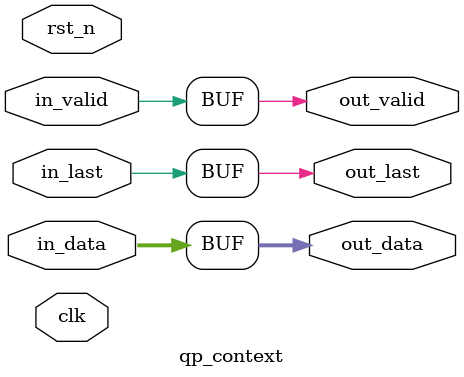
<source format=v>
module qp_context (
    input  wire        clk,
    input  wire        rst_n,

    input  wire        in_valid,
    input  wire [63:0] in_data,
    input  wire        in_last,

    output wire        out_valid,
    output wire [63:0] out_data,
    output wire        out_last
);

assign out_valid = in_valid;
assign out_data  = in_data;
assign out_last  = in_last;

endmodule

</source>
